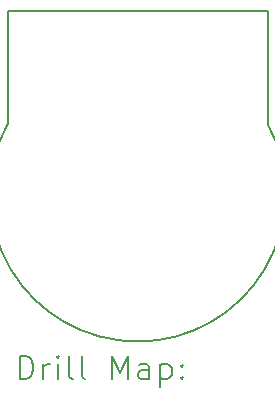
<source format=gbr>
%TF.GenerationSoftware,KiCad,Pcbnew,8.0.2-1*%
%TF.CreationDate,2024-11-27T21:55:20+07:00*%
%TF.ProjectId,v1,76312e6b-6963-4616-945f-706362585858,rev?*%
%TF.SameCoordinates,Original*%
%TF.FileFunction,Drillmap*%
%TF.FilePolarity,Positive*%
%FSLAX45Y45*%
G04 Gerber Fmt 4.5, Leading zero omitted, Abs format (unit mm)*
G04 Created by KiCad (PCBNEW 8.0.2-1) date 2024-11-27 21:55:20*
%MOMM*%
%LPD*%
G01*
G04 APERTURE LIST*
%ADD10C,0.200000*%
G04 APERTURE END LIST*
D10*
X13225000Y-8175000D02*
X13225000Y-9131283D01*
X15425000Y-8175000D02*
X13225000Y-8175000D01*
X15425000Y-9131283D02*
X15425000Y-8175000D01*
X15425000Y-9131283D02*
G75*
G02*
X13225000Y-9131283I-1100000J-593717D01*
G01*
X13225000Y-8175000D02*
X14325000Y-8175000D01*
X15425000Y-8175000D02*
X14325000Y-8175000D01*
X13325777Y-11296484D02*
X13325777Y-11096484D01*
X13325777Y-11096484D02*
X13373396Y-11096484D01*
X13373396Y-11096484D02*
X13401967Y-11106008D01*
X13401967Y-11106008D02*
X13421015Y-11125055D01*
X13421015Y-11125055D02*
X13430539Y-11144103D01*
X13430539Y-11144103D02*
X13440063Y-11182198D01*
X13440063Y-11182198D02*
X13440063Y-11210769D01*
X13440063Y-11210769D02*
X13430539Y-11248865D01*
X13430539Y-11248865D02*
X13421015Y-11267912D01*
X13421015Y-11267912D02*
X13401967Y-11286960D01*
X13401967Y-11286960D02*
X13373396Y-11296484D01*
X13373396Y-11296484D02*
X13325777Y-11296484D01*
X13525777Y-11296484D02*
X13525777Y-11163150D01*
X13525777Y-11201246D02*
X13535301Y-11182198D01*
X13535301Y-11182198D02*
X13544824Y-11172674D01*
X13544824Y-11172674D02*
X13563872Y-11163150D01*
X13563872Y-11163150D02*
X13582920Y-11163150D01*
X13649586Y-11296484D02*
X13649586Y-11163150D01*
X13649586Y-11096484D02*
X13640063Y-11106008D01*
X13640063Y-11106008D02*
X13649586Y-11115531D01*
X13649586Y-11115531D02*
X13659110Y-11106008D01*
X13659110Y-11106008D02*
X13649586Y-11096484D01*
X13649586Y-11096484D02*
X13649586Y-11115531D01*
X13773396Y-11296484D02*
X13754348Y-11286960D01*
X13754348Y-11286960D02*
X13744824Y-11267912D01*
X13744824Y-11267912D02*
X13744824Y-11096484D01*
X13878158Y-11296484D02*
X13859110Y-11286960D01*
X13859110Y-11286960D02*
X13849586Y-11267912D01*
X13849586Y-11267912D02*
X13849586Y-11096484D01*
X14106729Y-11296484D02*
X14106729Y-11096484D01*
X14106729Y-11096484D02*
X14173396Y-11239341D01*
X14173396Y-11239341D02*
X14240063Y-11096484D01*
X14240063Y-11096484D02*
X14240063Y-11296484D01*
X14421015Y-11296484D02*
X14421015Y-11191722D01*
X14421015Y-11191722D02*
X14411491Y-11172674D01*
X14411491Y-11172674D02*
X14392444Y-11163150D01*
X14392444Y-11163150D02*
X14354348Y-11163150D01*
X14354348Y-11163150D02*
X14335301Y-11172674D01*
X14421015Y-11286960D02*
X14401967Y-11296484D01*
X14401967Y-11296484D02*
X14354348Y-11296484D01*
X14354348Y-11296484D02*
X14335301Y-11286960D01*
X14335301Y-11286960D02*
X14325777Y-11267912D01*
X14325777Y-11267912D02*
X14325777Y-11248865D01*
X14325777Y-11248865D02*
X14335301Y-11229817D01*
X14335301Y-11229817D02*
X14354348Y-11220293D01*
X14354348Y-11220293D02*
X14401967Y-11220293D01*
X14401967Y-11220293D02*
X14421015Y-11210769D01*
X14516253Y-11163150D02*
X14516253Y-11363150D01*
X14516253Y-11172674D02*
X14535301Y-11163150D01*
X14535301Y-11163150D02*
X14573396Y-11163150D01*
X14573396Y-11163150D02*
X14592444Y-11172674D01*
X14592444Y-11172674D02*
X14601967Y-11182198D01*
X14601967Y-11182198D02*
X14611491Y-11201246D01*
X14611491Y-11201246D02*
X14611491Y-11258388D01*
X14611491Y-11258388D02*
X14601967Y-11277436D01*
X14601967Y-11277436D02*
X14592444Y-11286960D01*
X14592444Y-11286960D02*
X14573396Y-11296484D01*
X14573396Y-11296484D02*
X14535301Y-11296484D01*
X14535301Y-11296484D02*
X14516253Y-11286960D01*
X14697205Y-11277436D02*
X14706729Y-11286960D01*
X14706729Y-11286960D02*
X14697205Y-11296484D01*
X14697205Y-11296484D02*
X14687682Y-11286960D01*
X14687682Y-11286960D02*
X14697205Y-11277436D01*
X14697205Y-11277436D02*
X14697205Y-11296484D01*
X14697205Y-11172674D02*
X14706729Y-11182198D01*
X14706729Y-11182198D02*
X14697205Y-11191722D01*
X14697205Y-11191722D02*
X14687682Y-11182198D01*
X14687682Y-11182198D02*
X14697205Y-11172674D01*
X14697205Y-11172674D02*
X14697205Y-11191722D01*
M02*

</source>
